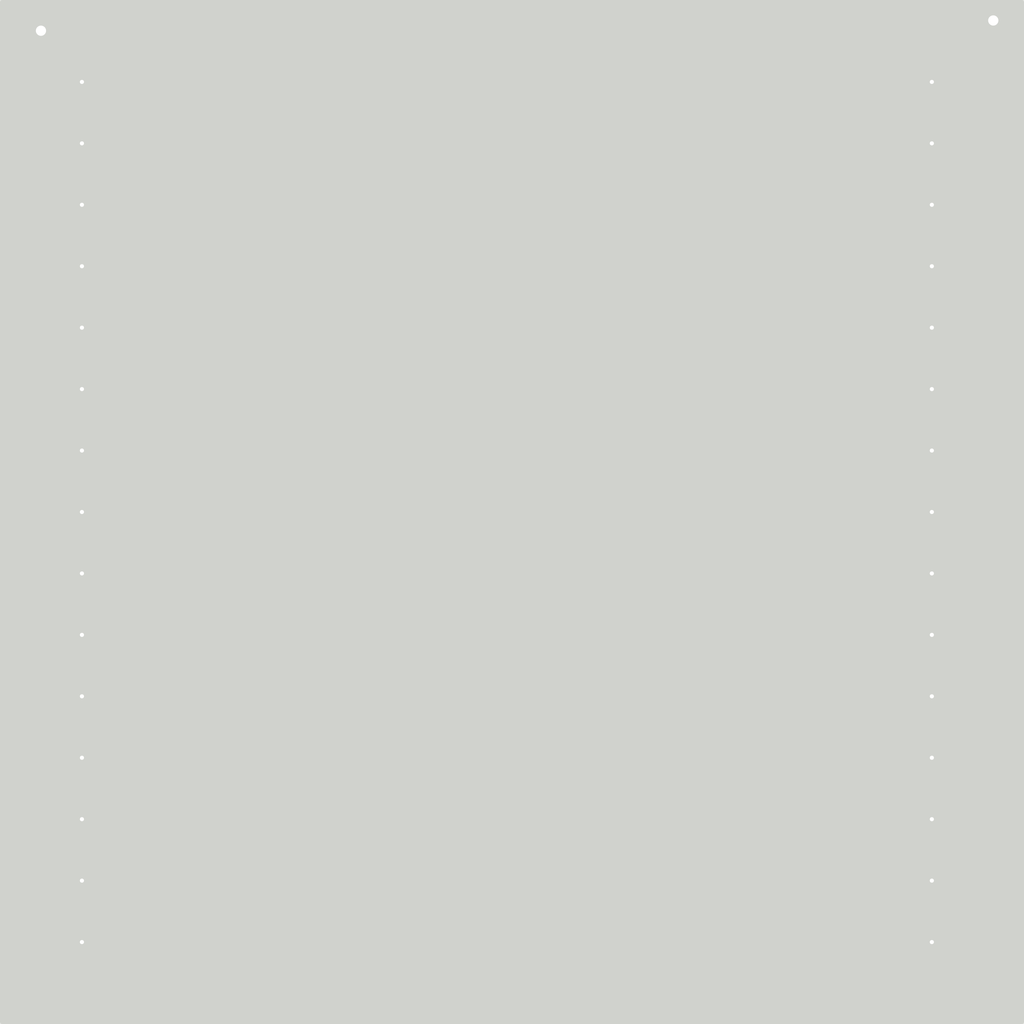
<source format=kicad_pcb>
(kicad_pcb (version 20171130) (host pcbnew "(5.1.5)-3")

  (general
    (thickness 1.6)
    (drawings 6)
    (tracks 138)
    (zones 0)
    (modules 2)
    (nets 1)
  )

  (page A4)
  (layers
    (0 F.Cu signal)
    (31 B.Cu signal)
    (32 B.Adhes user)
    (33 F.Adhes user)
    (34 B.Paste user)
    (35 F.Paste user)
    (36 B.SilkS user)
    (37 F.SilkS user)
    (38 B.Mask user)
    (39 F.Mask user)
    (40 Dwgs.User user)
    (41 Cmts.User user)
    (42 Eco1.User user)
    (43 Eco2.User user)
    (44 Edge.Cuts user)
    (45 Margin user)
    (46 B.CrtYd user)
    (47 F.CrtYd user)
    (48 B.Fab user)
    (49 F.Fab user)
  )

  (setup
    (last_trace_width 1)
    (user_trace_width 1)
    (trace_clearance 0.2)
    (zone_clearance 0.508)
    (zone_45_only no)
    (trace_min 0.2)
    (via_size 0.8)
    (via_drill 0.4)
    (via_min_size 0.4)
    (via_min_drill 0.3)
    (uvia_size 0.3)
    (uvia_drill 0.1)
    (uvias_allowed no)
    (uvia_min_size 0.2)
    (uvia_min_drill 0.1)
    (edge_width 0.05)
    (segment_width 0.2)
    (pcb_text_width 0.3)
    (pcb_text_size 1.5 1.5)
    (mod_edge_width 0.12)
    (mod_text_size 1 1)
    (mod_text_width 0.15)
    (pad_size 1.524 1.524)
    (pad_drill 0.762)
    (pad_to_mask_clearance 0.051)
    (solder_mask_min_width 0.25)
    (aux_axis_origin 0 0)
    (visible_elements FFFFFF7F)
    (pcbplotparams
      (layerselection 0x010f0_ffffffff)
      (usegerberextensions false)
      (usegerberattributes false)
      (usegerberadvancedattributes false)
      (creategerberjobfile false)
      (excludeedgelayer true)
      (linewidth 0.100000)
      (plotframeref false)
      (viasonmask false)
      (mode 1)
      (useauxorigin false)
      (hpglpennumber 1)
      (hpglpenspeed 20)
      (hpglpendiameter 15.000000)
      (psnegative false)
      (psa4output false)
      (plotreference true)
      (plotvalue true)
      (plotinvisibletext false)
      (padsonsilk false)
      (subtractmaskfromsilk false)
      (outputformat 1)
      (mirror false)
      (drillshape 0)
      (scaleselection 1)
      (outputdirectory ""))
  )

  (net 0 "")

  (net_class Default "Dies ist die voreingestellte Netzklasse."
    (clearance 0.2)
    (trace_width 0.25)
    (via_dia 0.8)
    (via_drill 0.4)
    (uvia_dia 0.3)
    (uvia_drill 0.1)
  )

  (module Connector_PinHeader_2.54mm:PinHeader_1x01_P2.54mm_Vertical (layer F.Cu) (tedit 59FED5CC) (tstamp 5E852F8A)
    (at 182 57)
    (descr "Through hole straight pin header, 1x01, 2.54mm pitch, single row")
    (tags "Through hole pin header THT 1x01 2.54mm single row")
    (path /5E85FB22)
    (fp_text reference B (at -4 0) (layer F.SilkS)
      (effects (font (size 1 1) (thickness 0.15)))
    )
    (fp_text value - (at 0 2.33) (layer F.Fab)
      (effects (font (size 1 1) (thickness 0.15)))
    )
    (fp_text user %R (at 0 0 90) (layer F.Fab)
      (effects (font (size 1 1) (thickness 0.15)))
    )
    (fp_line (start 1.8 -1.8) (end -1.8 -1.8) (layer F.CrtYd) (width 0.05))
    (fp_line (start 1.8 1.8) (end 1.8 -1.8) (layer F.CrtYd) (width 0.05))
    (fp_line (start -1.8 1.8) (end 1.8 1.8) (layer F.CrtYd) (width 0.05))
    (fp_line (start -1.8 -1.8) (end -1.8 1.8) (layer F.CrtYd) (width 0.05))
    (fp_line (start -1.33 -1.33) (end 0 -1.33) (layer F.SilkS) (width 0.12))
    (fp_line (start -1.33 0) (end -1.33 -1.33) (layer F.SilkS) (width 0.12))
    (fp_line (start -1.33 1.27) (end 1.33 1.27) (layer F.SilkS) (width 0.12))
    (fp_line (start 1.33 1.27) (end 1.33 1.33) (layer F.SilkS) (width 0.12))
    (fp_line (start -1.33 1.27) (end -1.33 1.33) (layer F.SilkS) (width 0.12))
    (fp_line (start -1.33 1.33) (end 1.33 1.33) (layer F.SilkS) (width 0.12))
    (fp_line (start -1.27 -0.635) (end -0.635 -1.27) (layer F.Fab) (width 0.1))
    (fp_line (start -1.27 1.27) (end -1.27 -0.635) (layer F.Fab) (width 0.1))
    (fp_line (start 1.27 1.27) (end -1.27 1.27) (layer F.Fab) (width 0.1))
    (fp_line (start 1.27 -1.27) (end 1.27 1.27) (layer F.Fab) (width 0.1))
    (fp_line (start -0.635 -1.27) (end 1.27 -1.27) (layer F.Fab) (width 0.1))
    (pad 1 thru_hole rect (at 0 0) (size 1.7 1.7) (drill 1) (layers *.Cu *.Mask))
    (model ${KISYS3DMOD}/Connector_PinHeader_2.54mm.3dshapes/PinHeader_1x01_P2.54mm_Vertical.wrl
      (at (xyz 0 0 0))
      (scale (xyz 1 1 1))
      (rotate (xyz 0 0 0))
    )
  )

  (module Connector_PinHeader_2.54mm:PinHeader_1x01_P2.54mm_Vertical (layer F.Cu) (tedit 59FED5CC) (tstamp 5E8533AE)
    (at 89 58)
    (descr "Through hole straight pin header, 1x01, 2.54mm pitch, single row")
    (tags "Through hole pin header THT 1x01 2.54mm single row")
    (path /5E85F79D)
    (fp_text reference A (at 2 0) (layer F.SilkS)
      (effects (font (size 1 1) (thickness 0.15)))
    )
    (fp_text value + (at 0 2.33) (layer F.Fab)
      (effects (font (size 1 1) (thickness 0.15)))
    )
    (fp_text user %R (at 0 0 90) (layer F.Fab)
      (effects (font (size 1 1) (thickness 0.15)))
    )
    (fp_line (start 1.8 -1.8) (end -1.8 -1.8) (layer F.CrtYd) (width 0.05))
    (fp_line (start 1.8 1.8) (end 1.8 -1.8) (layer F.CrtYd) (width 0.05))
    (fp_line (start -1.8 1.8) (end 1.8 1.8) (layer F.CrtYd) (width 0.05))
    (fp_line (start -1.8 -1.8) (end -1.8 1.8) (layer F.CrtYd) (width 0.05))
    (fp_line (start -1.33 -1.33) (end 0 -1.33) (layer F.SilkS) (width 0.12))
    (fp_line (start -1.33 0) (end -1.33 -1.33) (layer F.SilkS) (width 0.12))
    (fp_line (start -1.33 1.27) (end 1.33 1.27) (layer F.SilkS) (width 0.12))
    (fp_line (start 1.33 1.27) (end 1.33 1.33) (layer F.SilkS) (width 0.12))
    (fp_line (start -1.33 1.27) (end -1.33 1.33) (layer F.SilkS) (width 0.12))
    (fp_line (start -1.33 1.33) (end 1.33 1.33) (layer F.SilkS) (width 0.12))
    (fp_line (start -1.27 -0.635) (end -0.635 -1.27) (layer F.Fab) (width 0.1))
    (fp_line (start -1.27 1.27) (end -1.27 -0.635) (layer F.Fab) (width 0.1))
    (fp_line (start 1.27 1.27) (end -1.27 1.27) (layer F.Fab) (width 0.1))
    (fp_line (start 1.27 -1.27) (end 1.27 1.27) (layer F.Fab) (width 0.1))
    (fp_line (start -0.635 -1.27) (end 1.27 -1.27) (layer F.Fab) (width 0.1))
    (pad 1 thru_hole rect (at 0 0) (size 1.7 1.7) (drill 1) (layers *.Cu *.Mask))
    (model ${KISYS3DMOD}/Connector_PinHeader_2.54mm.3dshapes/PinHeader_1x01_P2.54mm_Vertical.wrl
      (at (xyz 0 0 0))
      (scale (xyz 1 1 1))
      (rotate (xyz 0 0 0))
    )
  )

  (gr_text "Elektrode v1 Vervoort 2020" (at 135 153) (layer F.SilkS)
    (effects (font (size 1.5 1.5) (thickness 0.3)))
  )
  (gr_text "Vervoort 2020" (at 132 90) (layer B.SilkS)
    (effects (font (size 1.5 1.5) (thickness 0.3)) (justify mirror))
  )
  (gr_text Elektrode_v1 (at 132 87) (layer B.SilkS)
    (effects (font (size 1.5 1.5) (thickness 0.3)) (justify mirror))
  )
  (gr_text JLCJLCJLC (at 121 66) (layer B.SilkS)
    (effects (font (size 1 1) (thickness 0.15)) (justify mirror))
  )
  (gr_text Innen (at 174 57) (layer B.SilkS)
    (effects (font (size 1.5 1.5) (thickness 0.3)) (justify mirror))
  )
  (gr_text Außen (at 95 58) (layer B.SilkS)
    (effects (font (size 1.5 1.5) (thickness 0.3)) (justify mirror))
  )

  (segment (start 89.15 60) (end 90 60) (width 1) (layer F.Cu) (net 0))
  (segment (start 89 59.85) (end 89.15 60) (width 1) (layer F.Cu) (net 0))
  (segment (start 89 58) (end 89 59.85) (width 1) (layer F.Cu) (net 0))
  (segment (start 180 60) (end 90 60) (width 1) (layer F.Cu) (net 0))
  (segment (start 90 72) (end 179 72) (width 1) (layer F.Cu) (net 0) (tstamp 5E8531CB))
  (segment (start 90 60) (end 90 68) (width 1) (layer F.Cu) (net 0))
  (segment (start 90 66) (end 178 66) (width 1) (layer F.Cu) (net 0) (tstamp 5E853210))
  (segment (start 90 78) (end 178 78) (width 1) (layer F.Cu) (net 0) (tstamp 5E8531F8))
  (segment (start 90 96) (end 179 96) (width 1) (layer F.Cu) (net 0) (tstamp 5E8531FE))
  (segment (start 90 102) (end 179 102) (width 1) (layer F.Cu) (net 0) (tstamp 5E8531F5))
  (segment (start 90 114) (end 179 114) (width 1) (layer F.Cu) (net 0) (tstamp 5E85320D))
  (segment (start 90 120) (end 179 120) (width 1) (layer F.Cu) (net 0) (tstamp 5E853207))
  (segment (start 90 132) (end 179 132) (width 1) (layer F.Cu) (net 0) (tstamp 5E8531C2))
  (segment (start 90 138) (end 179 138) (width 1) (layer F.Cu) (net 0) (tstamp 5E8531C8))
  (segment (start 90 144) (end 179 144) (width 1) (layer F.Cu) (net 0) (tstamp 5E8531C5))
  (segment (start 180 60) (end 180 63) (width 1) (layer F.Cu) (net 0))
  (segment (start 180 63) (end 180 64) (width 1) (layer F.Cu) (net 0))
  (segment (start 179 72) (end 180 72) (width 1) (layer F.Cu) (net 0) (tstamp 5E8531BC))
  (segment (start 180 68) (end 180 74) (width 1) (layer F.Cu) (net 0) (tstamp 5E8531B3))
  (segment (start 180 72) (end 180 78) (width 1) (layer F.Cu) (net 0) (tstamp 5E8531A4))
  (segment (start 178 78) (end 180 78) (width 1) (layer F.Cu) (net 0) (tstamp 5E8531B6))
  (segment (start 178 84) (end 180 84) (width 1) (layer F.Cu) (net 0) (tstamp 5E853195))
  (segment (start 180 78) (end 180 84) (width 1) (layer F.Cu) (net 0) (tstamp 5E8531A7))
  (segment (start 178 84) (end 179 84) (width 1) (layer F.Cu) (net 0) (tstamp 5E8531A1))
  (segment (start 90 84) (end 178 84) (width 1) (layer F.Cu) (net 0) (tstamp 5E85319B))
  (segment (start 178 90) (end 180 90) (width 1) (layer F.Cu) (net 0) (tstamp 5E8531AA))
  (segment (start 180 84) (end 180 90) (width 1) (layer F.Cu) (net 0) (tstamp 5E8531B9))
  (segment (start 178 90) (end 179 90) (width 1) (layer F.Cu) (net 0) (tstamp 5E85318F))
  (segment (start 90 90) (end 178 90) (width 1) (layer F.Cu) (net 0) (tstamp 5E8531BF))
  (segment (start 179 96) (end 180 96) (width 1) (layer F.Cu) (net 0) (tstamp 5E853198))
  (segment (start 180 90) (end 180 96) (width 1) (layer F.Cu) (net 0) (tstamp 5E853192))
  (segment (start 179 102) (end 180 102) (width 1) (layer F.Cu) (net 0) (tstamp 5E8531B0))
  (segment (start 180 96) (end 180 102) (width 1) (layer F.Cu) (net 0) (tstamp 5E8531AD))
  (segment (start 178 108) (end 180 108) (width 1) (layer F.Cu) (net 0) (tstamp 5E853186))
  (segment (start 180 102) (end 180 108) (width 1) (layer F.Cu) (net 0) (tstamp 5E853189))
  (segment (start 178 108) (end 179 108) (width 1) (layer F.Cu) (net 0) (tstamp 5E853183))
  (segment (start 90 108) (end 178 108) (width 1) (layer F.Cu) (net 0) (tstamp 5E85318C))
  (segment (start 180 108) (end 180 114) (width 1) (layer F.Cu) (net 0) (tstamp 5E853213))
  (segment (start 179 114) (end 180 114) (width 1) (layer F.Cu) (net 0) (tstamp 5E853204))
  (segment (start 179 120) (end 180 120) (width 1) (layer F.Cu) (net 0) (tstamp 5E8531E6))
  (segment (start 180 114) (end 180 120) (width 1) (layer F.Cu) (net 0) (tstamp 5E8531E3))
  (segment (start 180 120) (end 180 126) (width 1) (layer F.Cu) (net 0) (tstamp 5E8531F2))
  (segment (start 178 126) (end 180 126) (width 1) (layer F.Cu) (net 0) (tstamp 5E8531EF))
  (segment (start 178 126) (end 179 126) (width 1) (layer F.Cu) (net 0) (tstamp 5E8531EC))
  (segment (start 90 126) (end 178 126) (width 1) (layer F.Cu) (net 0) (tstamp 5E8531E9))
  (segment (start 179 132) (end 180 132) (width 1) (layer F.Cu) (net 0) (tstamp 5E8531D7))
  (segment (start 180 126) (end 180 132) (width 1) (layer F.Cu) (net 0) (tstamp 5E8531CE))
  (segment (start 179 138) (end 180 138) (width 1) (layer F.Cu) (net 0) (tstamp 5E8531E0))
  (segment (start 180 132) (end 180 138) (width 1) (layer F.Cu) (net 0) (tstamp 5E8531D4))
  (segment (start 179 144) (end 180 144) (width 1) (layer F.Cu) (net 0) (tstamp 5E8531D1))
  (segment (start 93 63) (end 93 63) (width 1) (layer F.Cu) (net 0))
  (segment (start 176 69) (end 176 69) (width 1) (layer F.Cu) (net 0))
  (segment (start 90 67) (end 90 150) (width 1) (layer F.Cu) (net 0))
  (segment (start 90 150) (end 180 150) (width 1) (layer F.Cu) (net 0))
  (segment (start 176 81) (end 176 81) (width 1) (layer F.Cu) (net 0) (tstamp 5E853299))
  (segment (start 93 75) (end 93 75) (width 1) (layer F.Cu) (net 0) (tstamp 5E85329A))
  (segment (start 176 93) (end 176 93) (width 1) (layer F.Cu) (net 0) (tstamp 5E85329D))
  (segment (start 93 87) (end 93 87) (width 1) (layer F.Cu) (net 0) (tstamp 5E85329E))
  (segment (start 93 99) (end 93 99) (width 1) (layer F.Cu) (net 0) (tstamp 5E8532A1))
  (segment (start 176 105) (end 176 105) (width 1) (layer F.Cu) (net 0) (tstamp 5E8532A2))
  (segment (start 176 117) (end 176 117) (width 1) (layer F.Cu) (net 0) (tstamp 5E8532A5))
  (segment (start 93 111) (end 93 111) (width 1) (layer F.Cu) (net 0) (tstamp 5E8532A6))
  (segment (start 93 123) (end 93 123) (width 1) (layer F.Cu) (net 0) (tstamp 5E8532A9))
  (segment (start 176 129) (end 176 129) (width 1) (layer F.Cu) (net 0) (tstamp 5E8532AA))
  (segment (start 176 141) (end 176 141) (width 1) (layer F.Cu) (net 0) (tstamp 5E8532AD))
  (segment (start 93 135) (end 93 135) (width 1) (layer F.Cu) (net 0) (tstamp 5E8532AE))
  (segment (start 176 147) (end 176 147) (width 1) (layer F.Cu) (net 0) (tstamp 5E8532B2))
  (segment (start 180 148) (end 180 143) (width 1) (layer F.Cu) (net 0))
  (segment (start 180 143) (end 180 144) (width 1) (layer F.Cu) (net 0))
  (segment (start 180 138) (end 180 143) (width 1) (layer F.Cu) (net 0))
  (segment (start 180 148) (end 180 147) (width 1) (layer F.Cu) (net 0))
  (segment (start 180 150) (end 180 148) (width 1) (layer F.Cu) (net 0))
  (segment (start 178 66) (end 180 66) (width 1) (layer F.Cu) (net 0))
  (segment (start 180 64) (end 180 66) (width 1) (layer F.Cu) (net 0))
  (segment (start 180 66) (end 180 69) (width 1) (layer F.Cu) (net 0))
  (segment (start 176 63) (end 176 63) (width 1) (layer F.Cu) (net 0) (tstamp 5E8532B5))
  (via (at 176 63) (size 0.8) (drill 0.4) (layers F.Cu B.Cu) (net 0))
  (segment (start 176 69) (end 93 69) (width 1) (layer F.Cu) (net 0) (tstamp 5E8532B7))
  (via (at 176 69) (size 0.8) (drill 0.4) (layers F.Cu B.Cu) (net 0))
  (segment (start 176 75) (end 176 75) (width 1) (layer F.Cu) (net 0) (tstamp 5E8532B9))
  (via (at 176 75) (size 0.8) (drill 0.4) (layers F.Cu B.Cu) (net 0))
  (segment (start 176 81) (end 93 81) (width 1) (layer F.Cu) (net 0) (tstamp 5E8532BB))
  (via (at 176 81) (size 0.8) (drill 0.4) (layers F.Cu B.Cu) (net 0))
  (segment (start 176 87) (end 176 87) (width 1) (layer F.Cu) (net 0) (tstamp 5E8532BD))
  (via (at 176 87) (size 0.8) (drill 0.4) (layers F.Cu B.Cu) (net 0))
  (segment (start 176 93) (end 93 93) (width 1) (layer F.Cu) (net 0) (tstamp 5E8532BF))
  (via (at 176 93) (size 0.8) (drill 0.4) (layers F.Cu B.Cu) (net 0))
  (segment (start 176 99) (end 176 99) (width 1) (layer F.Cu) (net 0) (tstamp 5E8532C1))
  (via (at 176 99) (size 0.8) (drill 0.4) (layers F.Cu B.Cu) (net 0))
  (segment (start 176 105) (end 93 105) (width 1) (layer F.Cu) (net 0) (tstamp 5E8532C3))
  (via (at 176 105) (size 0.8) (drill 0.4) (layers F.Cu B.Cu) (net 0))
  (segment (start 176 111) (end 176 111) (width 1) (layer F.Cu) (net 0) (tstamp 5E8532C5))
  (via (at 176 111) (size 0.8) (drill 0.4) (layers F.Cu B.Cu) (net 0))
  (segment (start 176 117) (end 93 117) (width 1) (layer F.Cu) (net 0) (tstamp 5E8532C7))
  (via (at 176 117) (size 0.8) (drill 0.4) (layers F.Cu B.Cu) (net 0))
  (segment (start 176 123) (end 176 123) (width 1) (layer F.Cu) (net 0) (tstamp 5E8532C9))
  (via (at 176 123) (size 0.8) (drill 0.4) (layers F.Cu B.Cu) (net 0))
  (segment (start 176 129) (end 93 129) (width 1) (layer F.Cu) (net 0) (tstamp 5E8532CB))
  (via (at 176 129) (size 0.8) (drill 0.4) (layers F.Cu B.Cu) (net 0))
  (segment (start 176 135) (end 176 135) (width 1) (layer F.Cu) (net 0) (tstamp 5E8532CD))
  (via (at 176 135) (size 0.8) (drill 0.4) (layers F.Cu B.Cu) (net 0))
  (segment (start 176 141) (end 93 141) (width 1) (layer F.Cu) (net 0) (tstamp 5E8532CF))
  (via (at 176 141) (size 0.8) (drill 0.4) (layers F.Cu B.Cu) (net 0))
  (segment (start 176 147) (end 93 147) (width 1) (layer F.Cu) (net 0) (tstamp 5E8532D1))
  (via (at 176 147) (size 0.8) (drill 0.4) (layers F.Cu B.Cu) (net 0))
  (segment (start 93 147) (end 93 147) (width 1) (layer F.Cu) (net 0) (tstamp 5E8532D3))
  (via (at 93 147) (size 0.8) (drill 0.4) (layers F.Cu B.Cu) (net 0))
  (segment (start 93 141) (end 93 141) (width 1) (layer F.Cu) (net 0) (tstamp 5E8532D5))
  (via (at 93 141) (size 0.8) (drill 0.4) (layers F.Cu B.Cu) (net 0))
  (segment (start 93 135) (end 176 135) (width 1) (layer F.Cu) (net 0) (tstamp 5E8532D7))
  (via (at 93 135) (size 0.8) (drill 0.4) (layers F.Cu B.Cu) (net 0))
  (segment (start 93 129) (end 93 129) (width 1) (layer F.Cu) (net 0) (tstamp 5E8532D9))
  (via (at 93 129) (size 0.8) (drill 0.4) (layers F.Cu B.Cu) (net 0))
  (segment (start 93 123) (end 176 123) (width 1) (layer F.Cu) (net 0) (tstamp 5E8532DB))
  (via (at 93 123) (size 0.8) (drill 0.4) (layers F.Cu B.Cu) (net 0))
  (segment (start 93 117) (end 93 117) (width 1) (layer F.Cu) (net 0) (tstamp 5E8532DD))
  (via (at 93 117) (size 0.8) (drill 0.4) (layers F.Cu B.Cu) (net 0))
  (segment (start 93 111) (end 176 111) (width 1) (layer F.Cu) (net 0) (tstamp 5E8532DF))
  (via (at 93 111) (size 0.8) (drill 0.4) (layers F.Cu B.Cu) (net 0))
  (segment (start 93 105) (end 93 105) (width 1) (layer F.Cu) (net 0) (tstamp 5E8532E1))
  (via (at 93 105) (size 0.8) (drill 0.4) (layers F.Cu B.Cu) (net 0))
  (segment (start 93 99) (end 176 99) (width 1) (layer F.Cu) (net 0) (tstamp 5E8532E3))
  (via (at 93 99) (size 0.8) (drill 0.4) (layers F.Cu B.Cu) (net 0))
  (segment (start 93 93) (end 93 93) (width 1) (layer F.Cu) (net 0) (tstamp 5E8532E5))
  (via (at 93 93) (size 0.8) (drill 0.4) (layers F.Cu B.Cu) (net 0))
  (segment (start 93 87) (end 176 87) (width 1) (layer F.Cu) (net 0) (tstamp 5E8532E7))
  (via (at 93 87) (size 0.8) (drill 0.4) (layers F.Cu B.Cu) (net 0))
  (segment (start 93 81) (end 93 81) (width 1) (layer F.Cu) (net 0) (tstamp 5E8532E9))
  (via (at 93 81) (size 0.8) (drill 0.4) (layers F.Cu B.Cu) (net 0))
  (segment (start 93 63) (end 176 63) (width 1) (layer F.Cu) (net 0) (tstamp 5E8532EB))
  (via (at 93 63) (size 0.8) (drill 0.4) (layers F.Cu B.Cu) (net 0))
  (segment (start 93 69) (end 93 69) (width 1) (layer F.Cu) (net 0) (tstamp 5E8532ED))
  (via (at 93 69) (size 0.8) (drill 0.4) (layers F.Cu B.Cu) (net 0))
  (segment (start 93 75) (end 176 75) (width 1) (layer F.Cu) (net 0) (tstamp 5E8532EF))
  (via (at 93 75) (size 0.8) (drill 0.4) (layers F.Cu B.Cu) (net 0))
  (segment (start 176 63) (end 176 147) (width 1) (layer B.Cu) (net 0))
  (segment (start 93 147) (end 93 63) (width 1) (layer B.Cu) (net 0))
  (segment (start 176 63) (end 182 57) (width 1) (layer B.Cu) (net 0))

  (zone (net 0) (net_name "") (layer Edge.Cuts) (tstamp 5E8534CA) (hatch edge 0.508)
    (connect_pads (clearance 0.508))
    (min_thickness 0.254)
    (fill yes (arc_segments 32) (thermal_gap 0.508) (thermal_bridge_width 0.508))
    (polygon
      (pts
        (xy 185 155) (xy 85 155) (xy 85 55) (xy 185 55)
      )
    )
    (filled_polygon
      (pts
        (xy 184.873 154.873) (xy 85.127 154.873) (xy 85.127 55.127) (xy 184.873 55.127)
      )
    )
  )
)

</source>
